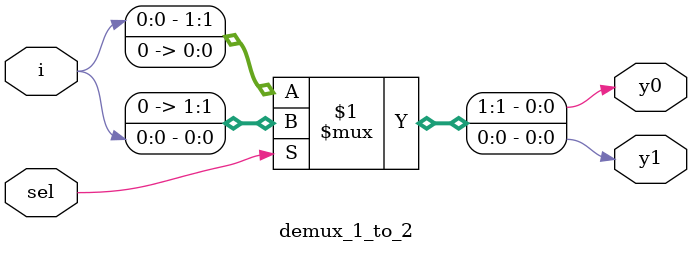
<source format=v>


module demux_1_to_2(
    input sel,
    input i,
    output y0, y1
    );    
    assign {y0,y1} = sel?{1'b0,i}: {i,1'b0};
endmodule
</source>
